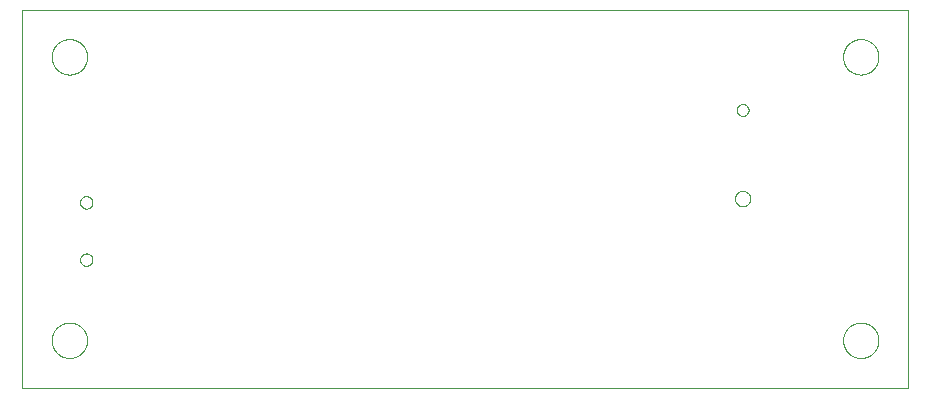
<source format=gbp>
G75*
%MOIN*%
%OFA0B0*%
%FSLAX25Y25*%
%IPPOS*%
%LPD*%
%AMOC8*
5,1,8,0,0,1.08239X$1,22.5*
%
%ADD10C,0.00000*%
D10*
X0002244Y0001365D02*
X0002244Y0127349D01*
X0297520Y0127349D01*
X0297520Y0001365D01*
X0002244Y0001365D01*
X0012086Y0017113D02*
X0012088Y0017266D01*
X0012094Y0017420D01*
X0012104Y0017573D01*
X0012118Y0017725D01*
X0012136Y0017878D01*
X0012158Y0018029D01*
X0012183Y0018180D01*
X0012213Y0018331D01*
X0012247Y0018481D01*
X0012284Y0018629D01*
X0012325Y0018777D01*
X0012370Y0018923D01*
X0012419Y0019069D01*
X0012472Y0019213D01*
X0012528Y0019355D01*
X0012588Y0019496D01*
X0012652Y0019636D01*
X0012719Y0019774D01*
X0012790Y0019910D01*
X0012865Y0020044D01*
X0012942Y0020176D01*
X0013024Y0020306D01*
X0013108Y0020434D01*
X0013196Y0020560D01*
X0013287Y0020683D01*
X0013381Y0020804D01*
X0013479Y0020922D01*
X0013579Y0021038D01*
X0013683Y0021151D01*
X0013789Y0021262D01*
X0013898Y0021370D01*
X0014010Y0021475D01*
X0014124Y0021576D01*
X0014242Y0021675D01*
X0014361Y0021771D01*
X0014483Y0021864D01*
X0014608Y0021953D01*
X0014735Y0022040D01*
X0014864Y0022122D01*
X0014995Y0022202D01*
X0015128Y0022278D01*
X0015263Y0022351D01*
X0015400Y0022420D01*
X0015539Y0022485D01*
X0015679Y0022547D01*
X0015821Y0022605D01*
X0015964Y0022660D01*
X0016109Y0022711D01*
X0016255Y0022758D01*
X0016402Y0022801D01*
X0016550Y0022840D01*
X0016699Y0022876D01*
X0016849Y0022907D01*
X0017000Y0022935D01*
X0017151Y0022959D01*
X0017304Y0022979D01*
X0017456Y0022995D01*
X0017609Y0023007D01*
X0017762Y0023015D01*
X0017915Y0023019D01*
X0018069Y0023019D01*
X0018222Y0023015D01*
X0018375Y0023007D01*
X0018528Y0022995D01*
X0018680Y0022979D01*
X0018833Y0022959D01*
X0018984Y0022935D01*
X0019135Y0022907D01*
X0019285Y0022876D01*
X0019434Y0022840D01*
X0019582Y0022801D01*
X0019729Y0022758D01*
X0019875Y0022711D01*
X0020020Y0022660D01*
X0020163Y0022605D01*
X0020305Y0022547D01*
X0020445Y0022485D01*
X0020584Y0022420D01*
X0020721Y0022351D01*
X0020856Y0022278D01*
X0020989Y0022202D01*
X0021120Y0022122D01*
X0021249Y0022040D01*
X0021376Y0021953D01*
X0021501Y0021864D01*
X0021623Y0021771D01*
X0021742Y0021675D01*
X0021860Y0021576D01*
X0021974Y0021475D01*
X0022086Y0021370D01*
X0022195Y0021262D01*
X0022301Y0021151D01*
X0022405Y0021038D01*
X0022505Y0020922D01*
X0022603Y0020804D01*
X0022697Y0020683D01*
X0022788Y0020560D01*
X0022876Y0020434D01*
X0022960Y0020306D01*
X0023042Y0020176D01*
X0023119Y0020044D01*
X0023194Y0019910D01*
X0023265Y0019774D01*
X0023332Y0019636D01*
X0023396Y0019496D01*
X0023456Y0019355D01*
X0023512Y0019213D01*
X0023565Y0019069D01*
X0023614Y0018923D01*
X0023659Y0018777D01*
X0023700Y0018629D01*
X0023737Y0018481D01*
X0023771Y0018331D01*
X0023801Y0018180D01*
X0023826Y0018029D01*
X0023848Y0017878D01*
X0023866Y0017725D01*
X0023880Y0017573D01*
X0023890Y0017420D01*
X0023896Y0017266D01*
X0023898Y0017113D01*
X0023896Y0016960D01*
X0023890Y0016806D01*
X0023880Y0016653D01*
X0023866Y0016501D01*
X0023848Y0016348D01*
X0023826Y0016197D01*
X0023801Y0016046D01*
X0023771Y0015895D01*
X0023737Y0015745D01*
X0023700Y0015597D01*
X0023659Y0015449D01*
X0023614Y0015303D01*
X0023565Y0015157D01*
X0023512Y0015013D01*
X0023456Y0014871D01*
X0023396Y0014730D01*
X0023332Y0014590D01*
X0023265Y0014452D01*
X0023194Y0014316D01*
X0023119Y0014182D01*
X0023042Y0014050D01*
X0022960Y0013920D01*
X0022876Y0013792D01*
X0022788Y0013666D01*
X0022697Y0013543D01*
X0022603Y0013422D01*
X0022505Y0013304D01*
X0022405Y0013188D01*
X0022301Y0013075D01*
X0022195Y0012964D01*
X0022086Y0012856D01*
X0021974Y0012751D01*
X0021860Y0012650D01*
X0021742Y0012551D01*
X0021623Y0012455D01*
X0021501Y0012362D01*
X0021376Y0012273D01*
X0021249Y0012186D01*
X0021120Y0012104D01*
X0020989Y0012024D01*
X0020856Y0011948D01*
X0020721Y0011875D01*
X0020584Y0011806D01*
X0020445Y0011741D01*
X0020305Y0011679D01*
X0020163Y0011621D01*
X0020020Y0011566D01*
X0019875Y0011515D01*
X0019729Y0011468D01*
X0019582Y0011425D01*
X0019434Y0011386D01*
X0019285Y0011350D01*
X0019135Y0011319D01*
X0018984Y0011291D01*
X0018833Y0011267D01*
X0018680Y0011247D01*
X0018528Y0011231D01*
X0018375Y0011219D01*
X0018222Y0011211D01*
X0018069Y0011207D01*
X0017915Y0011207D01*
X0017762Y0011211D01*
X0017609Y0011219D01*
X0017456Y0011231D01*
X0017304Y0011247D01*
X0017151Y0011267D01*
X0017000Y0011291D01*
X0016849Y0011319D01*
X0016699Y0011350D01*
X0016550Y0011386D01*
X0016402Y0011425D01*
X0016255Y0011468D01*
X0016109Y0011515D01*
X0015964Y0011566D01*
X0015821Y0011621D01*
X0015679Y0011679D01*
X0015539Y0011741D01*
X0015400Y0011806D01*
X0015263Y0011875D01*
X0015128Y0011948D01*
X0014995Y0012024D01*
X0014864Y0012104D01*
X0014735Y0012186D01*
X0014608Y0012273D01*
X0014483Y0012362D01*
X0014361Y0012455D01*
X0014242Y0012551D01*
X0014124Y0012650D01*
X0014010Y0012751D01*
X0013898Y0012856D01*
X0013789Y0012964D01*
X0013683Y0013075D01*
X0013579Y0013188D01*
X0013479Y0013304D01*
X0013381Y0013422D01*
X0013287Y0013543D01*
X0013196Y0013666D01*
X0013108Y0013792D01*
X0013024Y0013920D01*
X0012942Y0014050D01*
X0012865Y0014182D01*
X0012790Y0014316D01*
X0012719Y0014452D01*
X0012652Y0014590D01*
X0012588Y0014730D01*
X0012528Y0014871D01*
X0012472Y0015013D01*
X0012419Y0015157D01*
X0012370Y0015303D01*
X0012325Y0015449D01*
X0012284Y0015597D01*
X0012247Y0015745D01*
X0012213Y0015895D01*
X0012183Y0016046D01*
X0012158Y0016197D01*
X0012136Y0016348D01*
X0012118Y0016501D01*
X0012104Y0016653D01*
X0012094Y0016806D01*
X0012088Y0016960D01*
X0012086Y0017113D01*
X0021555Y0043983D02*
X0021557Y0044074D01*
X0021563Y0044164D01*
X0021573Y0044255D01*
X0021587Y0044344D01*
X0021605Y0044433D01*
X0021626Y0044522D01*
X0021652Y0044609D01*
X0021681Y0044695D01*
X0021715Y0044779D01*
X0021751Y0044862D01*
X0021792Y0044944D01*
X0021836Y0045023D01*
X0021883Y0045101D01*
X0021934Y0045176D01*
X0021988Y0045249D01*
X0022045Y0045319D01*
X0022105Y0045387D01*
X0022168Y0045453D01*
X0022234Y0045515D01*
X0022303Y0045574D01*
X0022374Y0045631D01*
X0022448Y0045684D01*
X0022524Y0045734D01*
X0022602Y0045781D01*
X0022682Y0045824D01*
X0022763Y0045863D01*
X0022847Y0045899D01*
X0022932Y0045931D01*
X0023018Y0045960D01*
X0023105Y0045984D01*
X0023194Y0046005D01*
X0023283Y0046022D01*
X0023373Y0046035D01*
X0023463Y0046044D01*
X0023554Y0046049D01*
X0023645Y0046050D01*
X0023735Y0046047D01*
X0023826Y0046040D01*
X0023916Y0046029D01*
X0024006Y0046014D01*
X0024095Y0045995D01*
X0024183Y0045973D01*
X0024269Y0045946D01*
X0024355Y0045916D01*
X0024439Y0045882D01*
X0024522Y0045844D01*
X0024603Y0045803D01*
X0024682Y0045758D01*
X0024759Y0045709D01*
X0024833Y0045658D01*
X0024906Y0045603D01*
X0024976Y0045545D01*
X0025043Y0045484D01*
X0025107Y0045420D01*
X0025169Y0045354D01*
X0025228Y0045284D01*
X0025283Y0045213D01*
X0025336Y0045138D01*
X0025385Y0045062D01*
X0025431Y0044984D01*
X0025473Y0044903D01*
X0025512Y0044821D01*
X0025547Y0044737D01*
X0025578Y0044652D01*
X0025605Y0044565D01*
X0025629Y0044478D01*
X0025649Y0044389D01*
X0025665Y0044300D01*
X0025677Y0044210D01*
X0025685Y0044119D01*
X0025689Y0044028D01*
X0025689Y0043938D01*
X0025685Y0043847D01*
X0025677Y0043756D01*
X0025665Y0043666D01*
X0025649Y0043577D01*
X0025629Y0043488D01*
X0025605Y0043401D01*
X0025578Y0043314D01*
X0025547Y0043229D01*
X0025512Y0043145D01*
X0025473Y0043063D01*
X0025431Y0042982D01*
X0025385Y0042904D01*
X0025336Y0042828D01*
X0025283Y0042753D01*
X0025228Y0042682D01*
X0025169Y0042612D01*
X0025107Y0042546D01*
X0025043Y0042482D01*
X0024976Y0042421D01*
X0024906Y0042363D01*
X0024833Y0042308D01*
X0024759Y0042257D01*
X0024682Y0042208D01*
X0024603Y0042163D01*
X0024522Y0042122D01*
X0024439Y0042084D01*
X0024355Y0042050D01*
X0024269Y0042020D01*
X0024183Y0041993D01*
X0024095Y0041971D01*
X0024006Y0041952D01*
X0023916Y0041937D01*
X0023826Y0041926D01*
X0023735Y0041919D01*
X0023645Y0041916D01*
X0023554Y0041917D01*
X0023463Y0041922D01*
X0023373Y0041931D01*
X0023283Y0041944D01*
X0023194Y0041961D01*
X0023105Y0041982D01*
X0023018Y0042006D01*
X0022932Y0042035D01*
X0022847Y0042067D01*
X0022763Y0042103D01*
X0022682Y0042142D01*
X0022602Y0042185D01*
X0022524Y0042232D01*
X0022448Y0042282D01*
X0022374Y0042335D01*
X0022303Y0042392D01*
X0022234Y0042451D01*
X0022168Y0042513D01*
X0022105Y0042579D01*
X0022045Y0042647D01*
X0021988Y0042717D01*
X0021934Y0042790D01*
X0021883Y0042865D01*
X0021836Y0042943D01*
X0021792Y0043022D01*
X0021751Y0043104D01*
X0021715Y0043187D01*
X0021681Y0043271D01*
X0021652Y0043357D01*
X0021626Y0043444D01*
X0021605Y0043533D01*
X0021587Y0043622D01*
X0021573Y0043711D01*
X0021563Y0043802D01*
X0021557Y0043892D01*
X0021555Y0043983D01*
X0021555Y0063077D02*
X0021557Y0063168D01*
X0021563Y0063258D01*
X0021573Y0063349D01*
X0021587Y0063438D01*
X0021605Y0063527D01*
X0021626Y0063616D01*
X0021652Y0063703D01*
X0021681Y0063789D01*
X0021715Y0063873D01*
X0021751Y0063956D01*
X0021792Y0064038D01*
X0021836Y0064117D01*
X0021883Y0064195D01*
X0021934Y0064270D01*
X0021988Y0064343D01*
X0022045Y0064413D01*
X0022105Y0064481D01*
X0022168Y0064547D01*
X0022234Y0064609D01*
X0022303Y0064668D01*
X0022374Y0064725D01*
X0022448Y0064778D01*
X0022524Y0064828D01*
X0022602Y0064875D01*
X0022682Y0064918D01*
X0022763Y0064957D01*
X0022847Y0064993D01*
X0022932Y0065025D01*
X0023018Y0065054D01*
X0023105Y0065078D01*
X0023194Y0065099D01*
X0023283Y0065116D01*
X0023373Y0065129D01*
X0023463Y0065138D01*
X0023554Y0065143D01*
X0023645Y0065144D01*
X0023735Y0065141D01*
X0023826Y0065134D01*
X0023916Y0065123D01*
X0024006Y0065108D01*
X0024095Y0065089D01*
X0024183Y0065067D01*
X0024269Y0065040D01*
X0024355Y0065010D01*
X0024439Y0064976D01*
X0024522Y0064938D01*
X0024603Y0064897D01*
X0024682Y0064852D01*
X0024759Y0064803D01*
X0024833Y0064752D01*
X0024906Y0064697D01*
X0024976Y0064639D01*
X0025043Y0064578D01*
X0025107Y0064514D01*
X0025169Y0064448D01*
X0025228Y0064378D01*
X0025283Y0064307D01*
X0025336Y0064232D01*
X0025385Y0064156D01*
X0025431Y0064078D01*
X0025473Y0063997D01*
X0025512Y0063915D01*
X0025547Y0063831D01*
X0025578Y0063746D01*
X0025605Y0063659D01*
X0025629Y0063572D01*
X0025649Y0063483D01*
X0025665Y0063394D01*
X0025677Y0063304D01*
X0025685Y0063213D01*
X0025689Y0063122D01*
X0025689Y0063032D01*
X0025685Y0062941D01*
X0025677Y0062850D01*
X0025665Y0062760D01*
X0025649Y0062671D01*
X0025629Y0062582D01*
X0025605Y0062495D01*
X0025578Y0062408D01*
X0025547Y0062323D01*
X0025512Y0062239D01*
X0025473Y0062157D01*
X0025431Y0062076D01*
X0025385Y0061998D01*
X0025336Y0061922D01*
X0025283Y0061847D01*
X0025228Y0061776D01*
X0025169Y0061706D01*
X0025107Y0061640D01*
X0025043Y0061576D01*
X0024976Y0061515D01*
X0024906Y0061457D01*
X0024833Y0061402D01*
X0024759Y0061351D01*
X0024682Y0061302D01*
X0024603Y0061257D01*
X0024522Y0061216D01*
X0024439Y0061178D01*
X0024355Y0061144D01*
X0024269Y0061114D01*
X0024183Y0061087D01*
X0024095Y0061065D01*
X0024006Y0061046D01*
X0023916Y0061031D01*
X0023826Y0061020D01*
X0023735Y0061013D01*
X0023645Y0061010D01*
X0023554Y0061011D01*
X0023463Y0061016D01*
X0023373Y0061025D01*
X0023283Y0061038D01*
X0023194Y0061055D01*
X0023105Y0061076D01*
X0023018Y0061100D01*
X0022932Y0061129D01*
X0022847Y0061161D01*
X0022763Y0061197D01*
X0022682Y0061236D01*
X0022602Y0061279D01*
X0022524Y0061326D01*
X0022448Y0061376D01*
X0022374Y0061429D01*
X0022303Y0061486D01*
X0022234Y0061545D01*
X0022168Y0061607D01*
X0022105Y0061673D01*
X0022045Y0061741D01*
X0021988Y0061811D01*
X0021934Y0061884D01*
X0021883Y0061959D01*
X0021836Y0062037D01*
X0021792Y0062116D01*
X0021751Y0062198D01*
X0021715Y0062281D01*
X0021681Y0062365D01*
X0021652Y0062451D01*
X0021626Y0062538D01*
X0021605Y0062627D01*
X0021587Y0062716D01*
X0021573Y0062805D01*
X0021563Y0062896D01*
X0021557Y0062986D01*
X0021555Y0063077D01*
X0012086Y0111601D02*
X0012088Y0111754D01*
X0012094Y0111908D01*
X0012104Y0112061D01*
X0012118Y0112213D01*
X0012136Y0112366D01*
X0012158Y0112517D01*
X0012183Y0112668D01*
X0012213Y0112819D01*
X0012247Y0112969D01*
X0012284Y0113117D01*
X0012325Y0113265D01*
X0012370Y0113411D01*
X0012419Y0113557D01*
X0012472Y0113701D01*
X0012528Y0113843D01*
X0012588Y0113984D01*
X0012652Y0114124D01*
X0012719Y0114262D01*
X0012790Y0114398D01*
X0012865Y0114532D01*
X0012942Y0114664D01*
X0013024Y0114794D01*
X0013108Y0114922D01*
X0013196Y0115048D01*
X0013287Y0115171D01*
X0013381Y0115292D01*
X0013479Y0115410D01*
X0013579Y0115526D01*
X0013683Y0115639D01*
X0013789Y0115750D01*
X0013898Y0115858D01*
X0014010Y0115963D01*
X0014124Y0116064D01*
X0014242Y0116163D01*
X0014361Y0116259D01*
X0014483Y0116352D01*
X0014608Y0116441D01*
X0014735Y0116528D01*
X0014864Y0116610D01*
X0014995Y0116690D01*
X0015128Y0116766D01*
X0015263Y0116839D01*
X0015400Y0116908D01*
X0015539Y0116973D01*
X0015679Y0117035D01*
X0015821Y0117093D01*
X0015964Y0117148D01*
X0016109Y0117199D01*
X0016255Y0117246D01*
X0016402Y0117289D01*
X0016550Y0117328D01*
X0016699Y0117364D01*
X0016849Y0117395D01*
X0017000Y0117423D01*
X0017151Y0117447D01*
X0017304Y0117467D01*
X0017456Y0117483D01*
X0017609Y0117495D01*
X0017762Y0117503D01*
X0017915Y0117507D01*
X0018069Y0117507D01*
X0018222Y0117503D01*
X0018375Y0117495D01*
X0018528Y0117483D01*
X0018680Y0117467D01*
X0018833Y0117447D01*
X0018984Y0117423D01*
X0019135Y0117395D01*
X0019285Y0117364D01*
X0019434Y0117328D01*
X0019582Y0117289D01*
X0019729Y0117246D01*
X0019875Y0117199D01*
X0020020Y0117148D01*
X0020163Y0117093D01*
X0020305Y0117035D01*
X0020445Y0116973D01*
X0020584Y0116908D01*
X0020721Y0116839D01*
X0020856Y0116766D01*
X0020989Y0116690D01*
X0021120Y0116610D01*
X0021249Y0116528D01*
X0021376Y0116441D01*
X0021501Y0116352D01*
X0021623Y0116259D01*
X0021742Y0116163D01*
X0021860Y0116064D01*
X0021974Y0115963D01*
X0022086Y0115858D01*
X0022195Y0115750D01*
X0022301Y0115639D01*
X0022405Y0115526D01*
X0022505Y0115410D01*
X0022603Y0115292D01*
X0022697Y0115171D01*
X0022788Y0115048D01*
X0022876Y0114922D01*
X0022960Y0114794D01*
X0023042Y0114664D01*
X0023119Y0114532D01*
X0023194Y0114398D01*
X0023265Y0114262D01*
X0023332Y0114124D01*
X0023396Y0113984D01*
X0023456Y0113843D01*
X0023512Y0113701D01*
X0023565Y0113557D01*
X0023614Y0113411D01*
X0023659Y0113265D01*
X0023700Y0113117D01*
X0023737Y0112969D01*
X0023771Y0112819D01*
X0023801Y0112668D01*
X0023826Y0112517D01*
X0023848Y0112366D01*
X0023866Y0112213D01*
X0023880Y0112061D01*
X0023890Y0111908D01*
X0023896Y0111754D01*
X0023898Y0111601D01*
X0023896Y0111448D01*
X0023890Y0111294D01*
X0023880Y0111141D01*
X0023866Y0110989D01*
X0023848Y0110836D01*
X0023826Y0110685D01*
X0023801Y0110534D01*
X0023771Y0110383D01*
X0023737Y0110233D01*
X0023700Y0110085D01*
X0023659Y0109937D01*
X0023614Y0109791D01*
X0023565Y0109645D01*
X0023512Y0109501D01*
X0023456Y0109359D01*
X0023396Y0109218D01*
X0023332Y0109078D01*
X0023265Y0108940D01*
X0023194Y0108804D01*
X0023119Y0108670D01*
X0023042Y0108538D01*
X0022960Y0108408D01*
X0022876Y0108280D01*
X0022788Y0108154D01*
X0022697Y0108031D01*
X0022603Y0107910D01*
X0022505Y0107792D01*
X0022405Y0107676D01*
X0022301Y0107563D01*
X0022195Y0107452D01*
X0022086Y0107344D01*
X0021974Y0107239D01*
X0021860Y0107138D01*
X0021742Y0107039D01*
X0021623Y0106943D01*
X0021501Y0106850D01*
X0021376Y0106761D01*
X0021249Y0106674D01*
X0021120Y0106592D01*
X0020989Y0106512D01*
X0020856Y0106436D01*
X0020721Y0106363D01*
X0020584Y0106294D01*
X0020445Y0106229D01*
X0020305Y0106167D01*
X0020163Y0106109D01*
X0020020Y0106054D01*
X0019875Y0106003D01*
X0019729Y0105956D01*
X0019582Y0105913D01*
X0019434Y0105874D01*
X0019285Y0105838D01*
X0019135Y0105807D01*
X0018984Y0105779D01*
X0018833Y0105755D01*
X0018680Y0105735D01*
X0018528Y0105719D01*
X0018375Y0105707D01*
X0018222Y0105699D01*
X0018069Y0105695D01*
X0017915Y0105695D01*
X0017762Y0105699D01*
X0017609Y0105707D01*
X0017456Y0105719D01*
X0017304Y0105735D01*
X0017151Y0105755D01*
X0017000Y0105779D01*
X0016849Y0105807D01*
X0016699Y0105838D01*
X0016550Y0105874D01*
X0016402Y0105913D01*
X0016255Y0105956D01*
X0016109Y0106003D01*
X0015964Y0106054D01*
X0015821Y0106109D01*
X0015679Y0106167D01*
X0015539Y0106229D01*
X0015400Y0106294D01*
X0015263Y0106363D01*
X0015128Y0106436D01*
X0014995Y0106512D01*
X0014864Y0106592D01*
X0014735Y0106674D01*
X0014608Y0106761D01*
X0014483Y0106850D01*
X0014361Y0106943D01*
X0014242Y0107039D01*
X0014124Y0107138D01*
X0014010Y0107239D01*
X0013898Y0107344D01*
X0013789Y0107452D01*
X0013683Y0107563D01*
X0013579Y0107676D01*
X0013479Y0107792D01*
X0013381Y0107910D01*
X0013287Y0108031D01*
X0013196Y0108154D01*
X0013108Y0108280D01*
X0013024Y0108408D01*
X0012942Y0108538D01*
X0012865Y0108670D01*
X0012790Y0108804D01*
X0012719Y0108940D01*
X0012652Y0109078D01*
X0012588Y0109218D01*
X0012528Y0109359D01*
X0012472Y0109501D01*
X0012419Y0109645D01*
X0012370Y0109791D01*
X0012325Y0109937D01*
X0012284Y0110085D01*
X0012247Y0110233D01*
X0012213Y0110383D01*
X0012183Y0110534D01*
X0012158Y0110685D01*
X0012136Y0110836D01*
X0012118Y0110989D01*
X0012104Y0111141D01*
X0012094Y0111294D01*
X0012088Y0111448D01*
X0012086Y0111601D01*
X0240433Y0093885D02*
X0240435Y0093973D01*
X0240441Y0094061D01*
X0240451Y0094149D01*
X0240465Y0094237D01*
X0240482Y0094323D01*
X0240504Y0094409D01*
X0240529Y0094493D01*
X0240559Y0094577D01*
X0240591Y0094659D01*
X0240628Y0094739D01*
X0240668Y0094818D01*
X0240712Y0094895D01*
X0240759Y0094970D01*
X0240809Y0095042D01*
X0240863Y0095113D01*
X0240919Y0095180D01*
X0240979Y0095246D01*
X0241041Y0095308D01*
X0241107Y0095368D01*
X0241174Y0095424D01*
X0241245Y0095478D01*
X0241317Y0095528D01*
X0241392Y0095575D01*
X0241469Y0095619D01*
X0241548Y0095659D01*
X0241628Y0095696D01*
X0241710Y0095728D01*
X0241794Y0095758D01*
X0241878Y0095783D01*
X0241964Y0095805D01*
X0242050Y0095822D01*
X0242138Y0095836D01*
X0242226Y0095846D01*
X0242314Y0095852D01*
X0242402Y0095854D01*
X0242490Y0095852D01*
X0242578Y0095846D01*
X0242666Y0095836D01*
X0242754Y0095822D01*
X0242840Y0095805D01*
X0242926Y0095783D01*
X0243010Y0095758D01*
X0243094Y0095728D01*
X0243176Y0095696D01*
X0243256Y0095659D01*
X0243335Y0095619D01*
X0243412Y0095575D01*
X0243487Y0095528D01*
X0243559Y0095478D01*
X0243630Y0095424D01*
X0243697Y0095368D01*
X0243763Y0095308D01*
X0243825Y0095246D01*
X0243885Y0095180D01*
X0243941Y0095113D01*
X0243995Y0095042D01*
X0244045Y0094970D01*
X0244092Y0094895D01*
X0244136Y0094818D01*
X0244176Y0094739D01*
X0244213Y0094659D01*
X0244245Y0094577D01*
X0244275Y0094493D01*
X0244300Y0094409D01*
X0244322Y0094323D01*
X0244339Y0094237D01*
X0244353Y0094149D01*
X0244363Y0094061D01*
X0244369Y0093973D01*
X0244371Y0093885D01*
X0244369Y0093797D01*
X0244363Y0093709D01*
X0244353Y0093621D01*
X0244339Y0093533D01*
X0244322Y0093447D01*
X0244300Y0093361D01*
X0244275Y0093277D01*
X0244245Y0093193D01*
X0244213Y0093111D01*
X0244176Y0093031D01*
X0244136Y0092952D01*
X0244092Y0092875D01*
X0244045Y0092800D01*
X0243995Y0092728D01*
X0243941Y0092657D01*
X0243885Y0092590D01*
X0243825Y0092524D01*
X0243763Y0092462D01*
X0243697Y0092402D01*
X0243630Y0092346D01*
X0243559Y0092292D01*
X0243487Y0092242D01*
X0243412Y0092195D01*
X0243335Y0092151D01*
X0243256Y0092111D01*
X0243176Y0092074D01*
X0243094Y0092042D01*
X0243010Y0092012D01*
X0242926Y0091987D01*
X0242840Y0091965D01*
X0242754Y0091948D01*
X0242666Y0091934D01*
X0242578Y0091924D01*
X0242490Y0091918D01*
X0242402Y0091916D01*
X0242314Y0091918D01*
X0242226Y0091924D01*
X0242138Y0091934D01*
X0242050Y0091948D01*
X0241964Y0091965D01*
X0241878Y0091987D01*
X0241794Y0092012D01*
X0241710Y0092042D01*
X0241628Y0092074D01*
X0241548Y0092111D01*
X0241469Y0092151D01*
X0241392Y0092195D01*
X0241317Y0092242D01*
X0241245Y0092292D01*
X0241174Y0092346D01*
X0241107Y0092402D01*
X0241041Y0092462D01*
X0240979Y0092524D01*
X0240919Y0092590D01*
X0240863Y0092657D01*
X0240809Y0092728D01*
X0240759Y0092800D01*
X0240712Y0092875D01*
X0240668Y0092952D01*
X0240628Y0093031D01*
X0240591Y0093111D01*
X0240559Y0093193D01*
X0240529Y0093277D01*
X0240504Y0093361D01*
X0240482Y0093447D01*
X0240465Y0093533D01*
X0240451Y0093621D01*
X0240441Y0093709D01*
X0240435Y0093797D01*
X0240433Y0093885D01*
X0275866Y0111601D02*
X0275868Y0111754D01*
X0275874Y0111908D01*
X0275884Y0112061D01*
X0275898Y0112213D01*
X0275916Y0112366D01*
X0275938Y0112517D01*
X0275963Y0112668D01*
X0275993Y0112819D01*
X0276027Y0112969D01*
X0276064Y0113117D01*
X0276105Y0113265D01*
X0276150Y0113411D01*
X0276199Y0113557D01*
X0276252Y0113701D01*
X0276308Y0113843D01*
X0276368Y0113984D01*
X0276432Y0114124D01*
X0276499Y0114262D01*
X0276570Y0114398D01*
X0276645Y0114532D01*
X0276722Y0114664D01*
X0276804Y0114794D01*
X0276888Y0114922D01*
X0276976Y0115048D01*
X0277067Y0115171D01*
X0277161Y0115292D01*
X0277259Y0115410D01*
X0277359Y0115526D01*
X0277463Y0115639D01*
X0277569Y0115750D01*
X0277678Y0115858D01*
X0277790Y0115963D01*
X0277904Y0116064D01*
X0278022Y0116163D01*
X0278141Y0116259D01*
X0278263Y0116352D01*
X0278388Y0116441D01*
X0278515Y0116528D01*
X0278644Y0116610D01*
X0278775Y0116690D01*
X0278908Y0116766D01*
X0279043Y0116839D01*
X0279180Y0116908D01*
X0279319Y0116973D01*
X0279459Y0117035D01*
X0279601Y0117093D01*
X0279744Y0117148D01*
X0279889Y0117199D01*
X0280035Y0117246D01*
X0280182Y0117289D01*
X0280330Y0117328D01*
X0280479Y0117364D01*
X0280629Y0117395D01*
X0280780Y0117423D01*
X0280931Y0117447D01*
X0281084Y0117467D01*
X0281236Y0117483D01*
X0281389Y0117495D01*
X0281542Y0117503D01*
X0281695Y0117507D01*
X0281849Y0117507D01*
X0282002Y0117503D01*
X0282155Y0117495D01*
X0282308Y0117483D01*
X0282460Y0117467D01*
X0282613Y0117447D01*
X0282764Y0117423D01*
X0282915Y0117395D01*
X0283065Y0117364D01*
X0283214Y0117328D01*
X0283362Y0117289D01*
X0283509Y0117246D01*
X0283655Y0117199D01*
X0283800Y0117148D01*
X0283943Y0117093D01*
X0284085Y0117035D01*
X0284225Y0116973D01*
X0284364Y0116908D01*
X0284501Y0116839D01*
X0284636Y0116766D01*
X0284769Y0116690D01*
X0284900Y0116610D01*
X0285029Y0116528D01*
X0285156Y0116441D01*
X0285281Y0116352D01*
X0285403Y0116259D01*
X0285522Y0116163D01*
X0285640Y0116064D01*
X0285754Y0115963D01*
X0285866Y0115858D01*
X0285975Y0115750D01*
X0286081Y0115639D01*
X0286185Y0115526D01*
X0286285Y0115410D01*
X0286383Y0115292D01*
X0286477Y0115171D01*
X0286568Y0115048D01*
X0286656Y0114922D01*
X0286740Y0114794D01*
X0286822Y0114664D01*
X0286899Y0114532D01*
X0286974Y0114398D01*
X0287045Y0114262D01*
X0287112Y0114124D01*
X0287176Y0113984D01*
X0287236Y0113843D01*
X0287292Y0113701D01*
X0287345Y0113557D01*
X0287394Y0113411D01*
X0287439Y0113265D01*
X0287480Y0113117D01*
X0287517Y0112969D01*
X0287551Y0112819D01*
X0287581Y0112668D01*
X0287606Y0112517D01*
X0287628Y0112366D01*
X0287646Y0112213D01*
X0287660Y0112061D01*
X0287670Y0111908D01*
X0287676Y0111754D01*
X0287678Y0111601D01*
X0287676Y0111448D01*
X0287670Y0111294D01*
X0287660Y0111141D01*
X0287646Y0110989D01*
X0287628Y0110836D01*
X0287606Y0110685D01*
X0287581Y0110534D01*
X0287551Y0110383D01*
X0287517Y0110233D01*
X0287480Y0110085D01*
X0287439Y0109937D01*
X0287394Y0109791D01*
X0287345Y0109645D01*
X0287292Y0109501D01*
X0287236Y0109359D01*
X0287176Y0109218D01*
X0287112Y0109078D01*
X0287045Y0108940D01*
X0286974Y0108804D01*
X0286899Y0108670D01*
X0286822Y0108538D01*
X0286740Y0108408D01*
X0286656Y0108280D01*
X0286568Y0108154D01*
X0286477Y0108031D01*
X0286383Y0107910D01*
X0286285Y0107792D01*
X0286185Y0107676D01*
X0286081Y0107563D01*
X0285975Y0107452D01*
X0285866Y0107344D01*
X0285754Y0107239D01*
X0285640Y0107138D01*
X0285522Y0107039D01*
X0285403Y0106943D01*
X0285281Y0106850D01*
X0285156Y0106761D01*
X0285029Y0106674D01*
X0284900Y0106592D01*
X0284769Y0106512D01*
X0284636Y0106436D01*
X0284501Y0106363D01*
X0284364Y0106294D01*
X0284225Y0106229D01*
X0284085Y0106167D01*
X0283943Y0106109D01*
X0283800Y0106054D01*
X0283655Y0106003D01*
X0283509Y0105956D01*
X0283362Y0105913D01*
X0283214Y0105874D01*
X0283065Y0105838D01*
X0282915Y0105807D01*
X0282764Y0105779D01*
X0282613Y0105755D01*
X0282460Y0105735D01*
X0282308Y0105719D01*
X0282155Y0105707D01*
X0282002Y0105699D01*
X0281849Y0105695D01*
X0281695Y0105695D01*
X0281542Y0105699D01*
X0281389Y0105707D01*
X0281236Y0105719D01*
X0281084Y0105735D01*
X0280931Y0105755D01*
X0280780Y0105779D01*
X0280629Y0105807D01*
X0280479Y0105838D01*
X0280330Y0105874D01*
X0280182Y0105913D01*
X0280035Y0105956D01*
X0279889Y0106003D01*
X0279744Y0106054D01*
X0279601Y0106109D01*
X0279459Y0106167D01*
X0279319Y0106229D01*
X0279180Y0106294D01*
X0279043Y0106363D01*
X0278908Y0106436D01*
X0278775Y0106512D01*
X0278644Y0106592D01*
X0278515Y0106674D01*
X0278388Y0106761D01*
X0278263Y0106850D01*
X0278141Y0106943D01*
X0278022Y0107039D01*
X0277904Y0107138D01*
X0277790Y0107239D01*
X0277678Y0107344D01*
X0277569Y0107452D01*
X0277463Y0107563D01*
X0277359Y0107676D01*
X0277259Y0107792D01*
X0277161Y0107910D01*
X0277067Y0108031D01*
X0276976Y0108154D01*
X0276888Y0108280D01*
X0276804Y0108408D01*
X0276722Y0108538D01*
X0276645Y0108670D01*
X0276570Y0108804D01*
X0276499Y0108940D01*
X0276432Y0109078D01*
X0276368Y0109218D01*
X0276308Y0109359D01*
X0276252Y0109501D01*
X0276199Y0109645D01*
X0276150Y0109791D01*
X0276105Y0109937D01*
X0276064Y0110085D01*
X0276027Y0110233D01*
X0275993Y0110383D01*
X0275963Y0110534D01*
X0275938Y0110685D01*
X0275916Y0110836D01*
X0275898Y0110989D01*
X0275884Y0111141D01*
X0275874Y0111294D01*
X0275868Y0111448D01*
X0275866Y0111601D01*
X0239843Y0064357D02*
X0239845Y0064458D01*
X0239851Y0064559D01*
X0239861Y0064660D01*
X0239875Y0064760D01*
X0239893Y0064859D01*
X0239915Y0064958D01*
X0239940Y0065056D01*
X0239970Y0065153D01*
X0240003Y0065248D01*
X0240040Y0065342D01*
X0240081Y0065435D01*
X0240125Y0065526D01*
X0240173Y0065615D01*
X0240225Y0065702D01*
X0240280Y0065787D01*
X0240338Y0065869D01*
X0240399Y0065950D01*
X0240464Y0066028D01*
X0240531Y0066103D01*
X0240601Y0066175D01*
X0240675Y0066245D01*
X0240751Y0066312D01*
X0240829Y0066376D01*
X0240910Y0066436D01*
X0240993Y0066493D01*
X0241079Y0066547D01*
X0241167Y0066598D01*
X0241256Y0066645D01*
X0241347Y0066689D01*
X0241440Y0066728D01*
X0241535Y0066765D01*
X0241630Y0066797D01*
X0241727Y0066826D01*
X0241826Y0066850D01*
X0241924Y0066871D01*
X0242024Y0066888D01*
X0242124Y0066901D01*
X0242225Y0066910D01*
X0242326Y0066915D01*
X0242427Y0066916D01*
X0242528Y0066913D01*
X0242629Y0066906D01*
X0242730Y0066895D01*
X0242830Y0066880D01*
X0242929Y0066861D01*
X0243028Y0066838D01*
X0243125Y0066812D01*
X0243222Y0066781D01*
X0243317Y0066747D01*
X0243410Y0066709D01*
X0243503Y0066667D01*
X0243593Y0066622D01*
X0243682Y0066573D01*
X0243768Y0066521D01*
X0243852Y0066465D01*
X0243935Y0066406D01*
X0244014Y0066344D01*
X0244092Y0066279D01*
X0244166Y0066211D01*
X0244238Y0066139D01*
X0244307Y0066066D01*
X0244373Y0065989D01*
X0244436Y0065910D01*
X0244496Y0065828D01*
X0244552Y0065744D01*
X0244605Y0065658D01*
X0244655Y0065570D01*
X0244701Y0065480D01*
X0244744Y0065389D01*
X0244783Y0065295D01*
X0244818Y0065200D01*
X0244849Y0065104D01*
X0244877Y0065007D01*
X0244901Y0064909D01*
X0244921Y0064810D01*
X0244937Y0064710D01*
X0244949Y0064609D01*
X0244957Y0064509D01*
X0244961Y0064408D01*
X0244961Y0064306D01*
X0244957Y0064205D01*
X0244949Y0064105D01*
X0244937Y0064004D01*
X0244921Y0063904D01*
X0244901Y0063805D01*
X0244877Y0063707D01*
X0244849Y0063610D01*
X0244818Y0063514D01*
X0244783Y0063419D01*
X0244744Y0063325D01*
X0244701Y0063234D01*
X0244655Y0063144D01*
X0244605Y0063056D01*
X0244552Y0062970D01*
X0244496Y0062886D01*
X0244436Y0062804D01*
X0244373Y0062725D01*
X0244307Y0062648D01*
X0244238Y0062575D01*
X0244166Y0062503D01*
X0244092Y0062435D01*
X0244014Y0062370D01*
X0243935Y0062308D01*
X0243852Y0062249D01*
X0243768Y0062193D01*
X0243681Y0062141D01*
X0243593Y0062092D01*
X0243503Y0062047D01*
X0243410Y0062005D01*
X0243317Y0061967D01*
X0243222Y0061933D01*
X0243125Y0061902D01*
X0243028Y0061876D01*
X0242929Y0061853D01*
X0242830Y0061834D01*
X0242730Y0061819D01*
X0242629Y0061808D01*
X0242528Y0061801D01*
X0242427Y0061798D01*
X0242326Y0061799D01*
X0242225Y0061804D01*
X0242124Y0061813D01*
X0242024Y0061826D01*
X0241924Y0061843D01*
X0241826Y0061864D01*
X0241727Y0061888D01*
X0241630Y0061917D01*
X0241535Y0061949D01*
X0241440Y0061986D01*
X0241347Y0062025D01*
X0241256Y0062069D01*
X0241167Y0062116D01*
X0241079Y0062167D01*
X0240993Y0062221D01*
X0240910Y0062278D01*
X0240829Y0062338D01*
X0240751Y0062402D01*
X0240675Y0062469D01*
X0240601Y0062539D01*
X0240531Y0062611D01*
X0240464Y0062686D01*
X0240399Y0062764D01*
X0240338Y0062845D01*
X0240280Y0062927D01*
X0240225Y0063012D01*
X0240173Y0063099D01*
X0240125Y0063188D01*
X0240081Y0063279D01*
X0240040Y0063372D01*
X0240003Y0063466D01*
X0239970Y0063561D01*
X0239940Y0063658D01*
X0239915Y0063756D01*
X0239893Y0063855D01*
X0239875Y0063954D01*
X0239861Y0064054D01*
X0239851Y0064155D01*
X0239845Y0064256D01*
X0239843Y0064357D01*
X0275866Y0017113D02*
X0275868Y0017266D01*
X0275874Y0017420D01*
X0275884Y0017573D01*
X0275898Y0017725D01*
X0275916Y0017878D01*
X0275938Y0018029D01*
X0275963Y0018180D01*
X0275993Y0018331D01*
X0276027Y0018481D01*
X0276064Y0018629D01*
X0276105Y0018777D01*
X0276150Y0018923D01*
X0276199Y0019069D01*
X0276252Y0019213D01*
X0276308Y0019355D01*
X0276368Y0019496D01*
X0276432Y0019636D01*
X0276499Y0019774D01*
X0276570Y0019910D01*
X0276645Y0020044D01*
X0276722Y0020176D01*
X0276804Y0020306D01*
X0276888Y0020434D01*
X0276976Y0020560D01*
X0277067Y0020683D01*
X0277161Y0020804D01*
X0277259Y0020922D01*
X0277359Y0021038D01*
X0277463Y0021151D01*
X0277569Y0021262D01*
X0277678Y0021370D01*
X0277790Y0021475D01*
X0277904Y0021576D01*
X0278022Y0021675D01*
X0278141Y0021771D01*
X0278263Y0021864D01*
X0278388Y0021953D01*
X0278515Y0022040D01*
X0278644Y0022122D01*
X0278775Y0022202D01*
X0278908Y0022278D01*
X0279043Y0022351D01*
X0279180Y0022420D01*
X0279319Y0022485D01*
X0279459Y0022547D01*
X0279601Y0022605D01*
X0279744Y0022660D01*
X0279889Y0022711D01*
X0280035Y0022758D01*
X0280182Y0022801D01*
X0280330Y0022840D01*
X0280479Y0022876D01*
X0280629Y0022907D01*
X0280780Y0022935D01*
X0280931Y0022959D01*
X0281084Y0022979D01*
X0281236Y0022995D01*
X0281389Y0023007D01*
X0281542Y0023015D01*
X0281695Y0023019D01*
X0281849Y0023019D01*
X0282002Y0023015D01*
X0282155Y0023007D01*
X0282308Y0022995D01*
X0282460Y0022979D01*
X0282613Y0022959D01*
X0282764Y0022935D01*
X0282915Y0022907D01*
X0283065Y0022876D01*
X0283214Y0022840D01*
X0283362Y0022801D01*
X0283509Y0022758D01*
X0283655Y0022711D01*
X0283800Y0022660D01*
X0283943Y0022605D01*
X0284085Y0022547D01*
X0284225Y0022485D01*
X0284364Y0022420D01*
X0284501Y0022351D01*
X0284636Y0022278D01*
X0284769Y0022202D01*
X0284900Y0022122D01*
X0285029Y0022040D01*
X0285156Y0021953D01*
X0285281Y0021864D01*
X0285403Y0021771D01*
X0285522Y0021675D01*
X0285640Y0021576D01*
X0285754Y0021475D01*
X0285866Y0021370D01*
X0285975Y0021262D01*
X0286081Y0021151D01*
X0286185Y0021038D01*
X0286285Y0020922D01*
X0286383Y0020804D01*
X0286477Y0020683D01*
X0286568Y0020560D01*
X0286656Y0020434D01*
X0286740Y0020306D01*
X0286822Y0020176D01*
X0286899Y0020044D01*
X0286974Y0019910D01*
X0287045Y0019774D01*
X0287112Y0019636D01*
X0287176Y0019496D01*
X0287236Y0019355D01*
X0287292Y0019213D01*
X0287345Y0019069D01*
X0287394Y0018923D01*
X0287439Y0018777D01*
X0287480Y0018629D01*
X0287517Y0018481D01*
X0287551Y0018331D01*
X0287581Y0018180D01*
X0287606Y0018029D01*
X0287628Y0017878D01*
X0287646Y0017725D01*
X0287660Y0017573D01*
X0287670Y0017420D01*
X0287676Y0017266D01*
X0287678Y0017113D01*
X0287676Y0016960D01*
X0287670Y0016806D01*
X0287660Y0016653D01*
X0287646Y0016501D01*
X0287628Y0016348D01*
X0287606Y0016197D01*
X0287581Y0016046D01*
X0287551Y0015895D01*
X0287517Y0015745D01*
X0287480Y0015597D01*
X0287439Y0015449D01*
X0287394Y0015303D01*
X0287345Y0015157D01*
X0287292Y0015013D01*
X0287236Y0014871D01*
X0287176Y0014730D01*
X0287112Y0014590D01*
X0287045Y0014452D01*
X0286974Y0014316D01*
X0286899Y0014182D01*
X0286822Y0014050D01*
X0286740Y0013920D01*
X0286656Y0013792D01*
X0286568Y0013666D01*
X0286477Y0013543D01*
X0286383Y0013422D01*
X0286285Y0013304D01*
X0286185Y0013188D01*
X0286081Y0013075D01*
X0285975Y0012964D01*
X0285866Y0012856D01*
X0285754Y0012751D01*
X0285640Y0012650D01*
X0285522Y0012551D01*
X0285403Y0012455D01*
X0285281Y0012362D01*
X0285156Y0012273D01*
X0285029Y0012186D01*
X0284900Y0012104D01*
X0284769Y0012024D01*
X0284636Y0011948D01*
X0284501Y0011875D01*
X0284364Y0011806D01*
X0284225Y0011741D01*
X0284085Y0011679D01*
X0283943Y0011621D01*
X0283800Y0011566D01*
X0283655Y0011515D01*
X0283509Y0011468D01*
X0283362Y0011425D01*
X0283214Y0011386D01*
X0283065Y0011350D01*
X0282915Y0011319D01*
X0282764Y0011291D01*
X0282613Y0011267D01*
X0282460Y0011247D01*
X0282308Y0011231D01*
X0282155Y0011219D01*
X0282002Y0011211D01*
X0281849Y0011207D01*
X0281695Y0011207D01*
X0281542Y0011211D01*
X0281389Y0011219D01*
X0281236Y0011231D01*
X0281084Y0011247D01*
X0280931Y0011267D01*
X0280780Y0011291D01*
X0280629Y0011319D01*
X0280479Y0011350D01*
X0280330Y0011386D01*
X0280182Y0011425D01*
X0280035Y0011468D01*
X0279889Y0011515D01*
X0279744Y0011566D01*
X0279601Y0011621D01*
X0279459Y0011679D01*
X0279319Y0011741D01*
X0279180Y0011806D01*
X0279043Y0011875D01*
X0278908Y0011948D01*
X0278775Y0012024D01*
X0278644Y0012104D01*
X0278515Y0012186D01*
X0278388Y0012273D01*
X0278263Y0012362D01*
X0278141Y0012455D01*
X0278022Y0012551D01*
X0277904Y0012650D01*
X0277790Y0012751D01*
X0277678Y0012856D01*
X0277569Y0012964D01*
X0277463Y0013075D01*
X0277359Y0013188D01*
X0277259Y0013304D01*
X0277161Y0013422D01*
X0277067Y0013543D01*
X0276976Y0013666D01*
X0276888Y0013792D01*
X0276804Y0013920D01*
X0276722Y0014050D01*
X0276645Y0014182D01*
X0276570Y0014316D01*
X0276499Y0014452D01*
X0276432Y0014590D01*
X0276368Y0014730D01*
X0276308Y0014871D01*
X0276252Y0015013D01*
X0276199Y0015157D01*
X0276150Y0015303D01*
X0276105Y0015449D01*
X0276064Y0015597D01*
X0276027Y0015745D01*
X0275993Y0015895D01*
X0275963Y0016046D01*
X0275938Y0016197D01*
X0275916Y0016348D01*
X0275898Y0016501D01*
X0275884Y0016653D01*
X0275874Y0016806D01*
X0275868Y0016960D01*
X0275866Y0017113D01*
M02*

</source>
